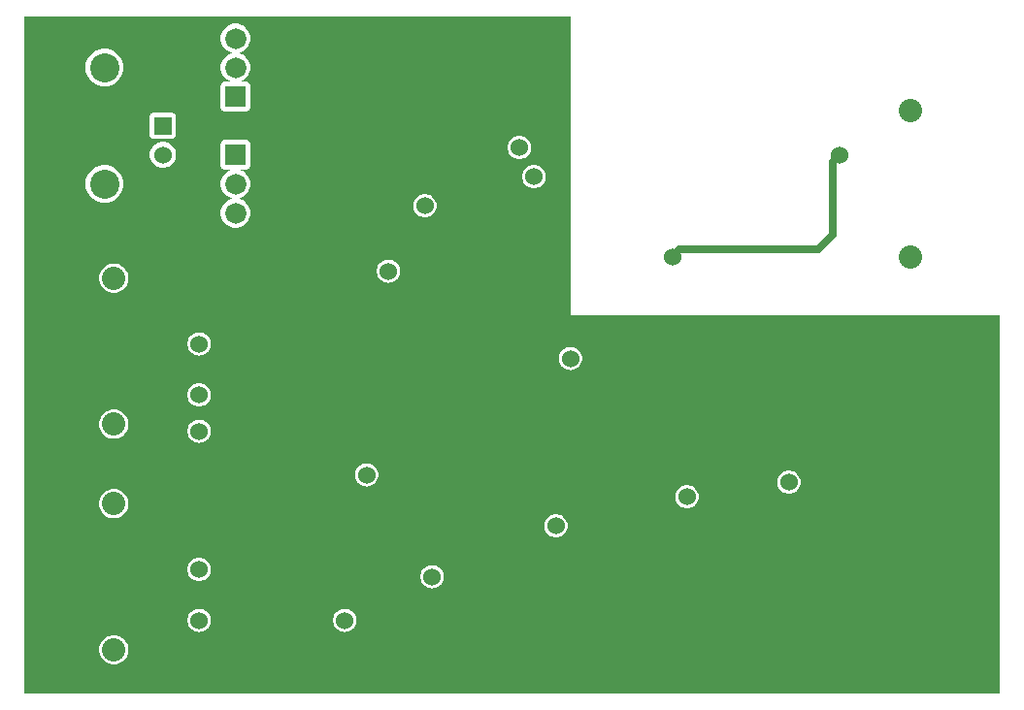
<source format=gbr>
G04 start of page 5 for group 3 idx 3 *
G04 Title: (unknown), Vcc *
G04 Creator: pcb 1.99z *
G04 CreationDate: Wed 27 Mar 2013 05:03:31 PM GMT UTC *
G04 For: nock *
G04 Format: Gerber/RS-274X *
G04 PCB-Dimensions (mil): 6000.00 5000.00 *
G04 PCB-Coordinate-Origin: lower left *
%MOIN*%
%FSLAX25Y25*%
%LNBOTTOM*%
%ADD53C,0.0810*%
%ADD52C,0.0590*%
%ADD51C,0.0420*%
%ADD50C,0.0350*%
%ADD49C,0.0600*%
%ADD48C,0.1000*%
%ADD47C,0.0800*%
%ADD46C,0.0720*%
%ADD45C,0.0250*%
%ADD44C,0.0001*%
G54D44*G36*
X254994Y257500D02*X260000D01*
Y144012D01*
X259372Y143963D01*
X258760Y143816D01*
X258178Y143575D01*
X257642Y143246D01*
X257163Y142837D01*
X256754Y142358D01*
X256425Y141822D01*
X256184Y141240D01*
X256037Y140628D01*
X255988Y140000D01*
X256037Y139372D01*
X256184Y138760D01*
X256425Y138178D01*
X256754Y137642D01*
X257163Y137163D01*
X257642Y136754D01*
X258178Y136425D01*
X258760Y136184D01*
X259372Y136037D01*
X260000Y135988D01*
Y25000D01*
X254994D01*
Y78488D01*
X255000Y78488D01*
X255628Y78537D01*
X256240Y78684D01*
X256822Y78925D01*
X257358Y79254D01*
X257837Y79663D01*
X258246Y80142D01*
X258575Y80678D01*
X258816Y81260D01*
X258963Y81872D01*
X259000Y82500D01*
X258963Y83128D01*
X258816Y83740D01*
X258575Y84322D01*
X258246Y84858D01*
X257837Y85337D01*
X257358Y85746D01*
X256822Y86075D01*
X256240Y86316D01*
X255628Y86463D01*
X255000Y86512D01*
X254994Y86512D01*
Y257500D01*
G37*
G36*
X247494D02*X254994D01*
Y86512D01*
X254372Y86463D01*
X253760Y86316D01*
X253178Y86075D01*
X252642Y85746D01*
X252163Y85337D01*
X251754Y84858D01*
X251425Y84322D01*
X251184Y83740D01*
X251037Y83128D01*
X250988Y82500D01*
X251037Y81872D01*
X251184Y81260D01*
X251425Y80678D01*
X251754Y80142D01*
X252163Y79663D01*
X252642Y79254D01*
X253178Y78925D01*
X253760Y78684D01*
X254372Y78537D01*
X254994Y78488D01*
Y25000D01*
X247494D01*
Y198488D01*
X247500Y198488D01*
X248128Y198537D01*
X248740Y198684D01*
X249322Y198925D01*
X249858Y199254D01*
X250337Y199663D01*
X250746Y200142D01*
X251075Y200678D01*
X251316Y201260D01*
X251463Y201872D01*
X251500Y202500D01*
X251463Y203128D01*
X251316Y203740D01*
X251075Y204322D01*
X250746Y204858D01*
X250337Y205337D01*
X249858Y205746D01*
X249322Y206075D01*
X248740Y206316D01*
X248128Y206463D01*
X247500Y206512D01*
X247494Y206512D01*
Y257500D01*
G37*
G36*
X242494D02*X247494D01*
Y206512D01*
X246872Y206463D01*
X246260Y206316D01*
X245678Y206075D01*
X245142Y205746D01*
X244663Y205337D01*
X244254Y204858D01*
X243925Y204322D01*
X243684Y203740D01*
X243537Y203128D01*
X243488Y202500D01*
X243537Y201872D01*
X243684Y201260D01*
X243925Y200678D01*
X244254Y200142D01*
X244663Y199663D01*
X245142Y199254D01*
X245678Y198925D01*
X246260Y198684D01*
X246872Y198537D01*
X247494Y198488D01*
Y25000D01*
X242494D01*
Y208488D01*
X242500Y208488D01*
X243128Y208537D01*
X243740Y208684D01*
X244322Y208925D01*
X244858Y209254D01*
X245337Y209663D01*
X245746Y210142D01*
X246075Y210678D01*
X246316Y211260D01*
X246463Y211872D01*
X246500Y212500D01*
X246463Y213128D01*
X246316Y213740D01*
X246075Y214322D01*
X245746Y214858D01*
X245337Y215337D01*
X244858Y215746D01*
X244322Y216075D01*
X243740Y216316D01*
X243128Y216463D01*
X242500Y216512D01*
X242494Y216512D01*
Y257500D01*
G37*
G36*
X212494D02*X242494D01*
Y216512D01*
X241872Y216463D01*
X241260Y216316D01*
X240678Y216075D01*
X240142Y215746D01*
X239663Y215337D01*
X239254Y214858D01*
X238925Y214322D01*
X238684Y213740D01*
X238537Y213128D01*
X238488Y212500D01*
X238537Y211872D01*
X238684Y211260D01*
X238925Y210678D01*
X239254Y210142D01*
X239663Y209663D01*
X240142Y209254D01*
X240678Y208925D01*
X241260Y208684D01*
X241872Y208537D01*
X242494Y208488D01*
Y25000D01*
X212494D01*
Y60988D01*
X212500Y60988D01*
X213128Y61037D01*
X213740Y61184D01*
X214322Y61425D01*
X214858Y61754D01*
X215337Y62163D01*
X215746Y62642D01*
X216075Y63178D01*
X216316Y63760D01*
X216463Y64372D01*
X216500Y65000D01*
X216463Y65628D01*
X216316Y66240D01*
X216075Y66822D01*
X215746Y67358D01*
X215337Y67837D01*
X214858Y68246D01*
X214322Y68575D01*
X213740Y68816D01*
X213128Y68963D01*
X212500Y69012D01*
X212494Y69012D01*
Y189370D01*
X212837Y189663D01*
X213246Y190142D01*
X213575Y190678D01*
X213816Y191260D01*
X213963Y191872D01*
X214000Y192500D01*
X213963Y193128D01*
X213816Y193740D01*
X213575Y194322D01*
X213246Y194858D01*
X212837Y195337D01*
X212494Y195630D01*
Y257500D01*
G37*
G36*
X197494D02*X212494D01*
Y195630D01*
X212358Y195746D01*
X211822Y196075D01*
X211240Y196316D01*
X210628Y196463D01*
X210000Y196512D01*
X209372Y196463D01*
X208760Y196316D01*
X208178Y196075D01*
X207642Y195746D01*
X207163Y195337D01*
X206754Y194858D01*
X206425Y194322D01*
X206184Y193740D01*
X206037Y193128D01*
X205988Y192500D01*
X206037Y191872D01*
X206184Y191260D01*
X206425Y190678D01*
X206754Y190142D01*
X207163Y189663D01*
X207642Y189254D01*
X208178Y188925D01*
X208760Y188684D01*
X209372Y188537D01*
X210000Y188488D01*
X210628Y188537D01*
X211240Y188684D01*
X211822Y188925D01*
X212358Y189254D01*
X212494Y189370D01*
Y69012D01*
X211872Y68963D01*
X211260Y68816D01*
X210678Y68575D01*
X210142Y68246D01*
X209663Y67837D01*
X209254Y67358D01*
X208925Y66822D01*
X208684Y66240D01*
X208537Y65628D01*
X208488Y65000D01*
X208537Y64372D01*
X208684Y63760D01*
X208925Y63178D01*
X209254Y62642D01*
X209663Y62163D01*
X210142Y61754D01*
X210678Y61425D01*
X211260Y61184D01*
X211872Y61037D01*
X212494Y60988D01*
Y25000D01*
X197494D01*
Y165988D01*
X197500Y165988D01*
X198128Y166037D01*
X198740Y166184D01*
X199322Y166425D01*
X199858Y166754D01*
X200337Y167163D01*
X200746Y167642D01*
X201075Y168178D01*
X201316Y168760D01*
X201463Y169372D01*
X201500Y170000D01*
X201463Y170628D01*
X201316Y171240D01*
X201075Y171822D01*
X200746Y172358D01*
X200337Y172837D01*
X199858Y173246D01*
X199322Y173575D01*
X198740Y173816D01*
X198128Y173963D01*
X197500Y174012D01*
X197494Y174012D01*
Y257500D01*
G37*
G36*
X189994D02*X197494D01*
Y174012D01*
X196872Y173963D01*
X196260Y173816D01*
X195678Y173575D01*
X195142Y173246D01*
X194663Y172837D01*
X194254Y172358D01*
X193925Y171822D01*
X193684Y171240D01*
X193537Y170628D01*
X193488Y170000D01*
X193537Y169372D01*
X193684Y168760D01*
X193925Y168178D01*
X194254Y167642D01*
X194663Y167163D01*
X195142Y166754D01*
X195678Y166425D01*
X196260Y166184D01*
X196872Y166037D01*
X197494Y165988D01*
Y25000D01*
X189994D01*
Y95988D01*
X190000Y95988D01*
X190628Y96037D01*
X191240Y96184D01*
X191822Y96425D01*
X192358Y96754D01*
X192837Y97163D01*
X193246Y97642D01*
X193575Y98178D01*
X193816Y98760D01*
X193963Y99372D01*
X194000Y100000D01*
X193963Y100628D01*
X193816Y101240D01*
X193575Y101822D01*
X193246Y102358D01*
X192837Y102837D01*
X192358Y103246D01*
X191822Y103575D01*
X191240Y103816D01*
X190628Y103963D01*
X190000Y104012D01*
X189994Y104012D01*
Y257500D01*
G37*
G36*
X182494D02*X189994D01*
Y104012D01*
X189372Y103963D01*
X188760Y103816D01*
X188178Y103575D01*
X187642Y103246D01*
X187163Y102837D01*
X186754Y102358D01*
X186425Y101822D01*
X186184Y101240D01*
X186037Y100628D01*
X185988Y100000D01*
X186037Y99372D01*
X186184Y98760D01*
X186425Y98178D01*
X186754Y97642D01*
X187163Y97163D01*
X187642Y96754D01*
X188178Y96425D01*
X188760Y96184D01*
X189372Y96037D01*
X189994Y95988D01*
Y25000D01*
X182494D01*
Y45988D01*
X182500Y45988D01*
X183128Y46037D01*
X183740Y46184D01*
X184322Y46425D01*
X184858Y46754D01*
X185337Y47163D01*
X185746Y47642D01*
X186075Y48178D01*
X186316Y48760D01*
X186463Y49372D01*
X186500Y50000D01*
X186463Y50628D01*
X186316Y51240D01*
X186075Y51822D01*
X185746Y52358D01*
X185337Y52837D01*
X184858Y53246D01*
X184322Y53575D01*
X183740Y53816D01*
X183128Y53963D01*
X182500Y54012D01*
X182494Y54012D01*
Y257500D01*
G37*
G36*
X144992D02*X182494D01*
Y54012D01*
X181872Y53963D01*
X181260Y53816D01*
X180678Y53575D01*
X180142Y53246D01*
X179663Y52837D01*
X179254Y52358D01*
X178925Y51822D01*
X178684Y51240D01*
X178537Y50628D01*
X178488Y50000D01*
X178537Y49372D01*
X178684Y48760D01*
X178925Y48178D01*
X179254Y47642D01*
X179663Y47163D01*
X180142Y46754D01*
X180678Y46425D01*
X181260Y46184D01*
X181872Y46037D01*
X182494Y45988D01*
Y25000D01*
X144992D01*
Y184885D01*
X145000Y184884D01*
X145800Y184947D01*
X146581Y185135D01*
X147322Y185442D01*
X148007Y185861D01*
X148617Y186383D01*
X149139Y186993D01*
X149558Y187678D01*
X149865Y188419D01*
X150053Y189200D01*
X150100Y190000D01*
X150053Y190800D01*
X149865Y191581D01*
X149558Y192322D01*
X149139Y193007D01*
X148617Y193617D01*
X148007Y194139D01*
X147322Y194558D01*
X146581Y194865D01*
X146020Y195000D01*
X146581Y195135D01*
X147322Y195442D01*
X148007Y195861D01*
X148617Y196383D01*
X149139Y196993D01*
X149558Y197678D01*
X149865Y198419D01*
X150053Y199200D01*
X150100Y200000D01*
X150053Y200800D01*
X149865Y201581D01*
X149558Y202322D01*
X149139Y203007D01*
X148617Y203617D01*
X148007Y204139D01*
X147322Y204558D01*
X146581Y204865D01*
X146398Y204909D01*
X148835Y204914D01*
X149065Y204969D01*
X149283Y205059D01*
X149484Y205183D01*
X149664Y205336D01*
X149817Y205516D01*
X149941Y205717D01*
X150031Y205935D01*
X150086Y206165D01*
X150100Y206400D01*
X150086Y213835D01*
X150031Y214065D01*
X149941Y214283D01*
X149817Y214484D01*
X149664Y214664D01*
X149484Y214817D01*
X149283Y214941D01*
X149065Y215031D01*
X148835Y215086D01*
X148600Y215100D01*
X144992Y215093D01*
Y224907D01*
X148835Y224914D01*
X149065Y224969D01*
X149283Y225059D01*
X149484Y225183D01*
X149664Y225336D01*
X149817Y225516D01*
X149941Y225717D01*
X150031Y225935D01*
X150086Y226165D01*
X150100Y226400D01*
X150086Y233835D01*
X150031Y234065D01*
X149941Y234283D01*
X149817Y234484D01*
X149664Y234664D01*
X149484Y234817D01*
X149283Y234941D01*
X149065Y235031D01*
X148835Y235086D01*
X148600Y235100D01*
X146420Y235096D01*
X146581Y235135D01*
X147322Y235442D01*
X148007Y235861D01*
X148617Y236383D01*
X149139Y236993D01*
X149558Y237678D01*
X149865Y238419D01*
X150053Y239200D01*
X150100Y240000D01*
X150053Y240800D01*
X149865Y241581D01*
X149558Y242322D01*
X149139Y243007D01*
X148617Y243617D01*
X148007Y244139D01*
X147322Y244558D01*
X146581Y244865D01*
X146020Y245000D01*
X146581Y245135D01*
X147322Y245442D01*
X148007Y245861D01*
X148617Y246383D01*
X149139Y246993D01*
X149558Y247678D01*
X149865Y248419D01*
X150053Y249200D01*
X150100Y250000D01*
X150053Y250800D01*
X149865Y251581D01*
X149558Y252322D01*
X149139Y253007D01*
X148617Y253617D01*
X148007Y254139D01*
X147322Y254558D01*
X146581Y254865D01*
X145800Y255053D01*
X145000Y255116D01*
X144992Y255115D01*
Y257500D01*
G37*
G36*
X132494D02*X144992D01*
Y255115D01*
X144200Y255053D01*
X143419Y254865D01*
X142678Y254558D01*
X141993Y254139D01*
X141383Y253617D01*
X140861Y253007D01*
X140442Y252322D01*
X140135Y251581D01*
X139947Y250800D01*
X139884Y250000D01*
X139947Y249200D01*
X140135Y248419D01*
X140442Y247678D01*
X140861Y246993D01*
X141383Y246383D01*
X141993Y245861D01*
X142678Y245442D01*
X143419Y245135D01*
X143980Y245000D01*
X143419Y244865D01*
X142678Y244558D01*
X141993Y244139D01*
X141383Y243617D01*
X140861Y243007D01*
X140442Y242322D01*
X140135Y241581D01*
X139947Y240800D01*
X139884Y240000D01*
X139947Y239200D01*
X140135Y238419D01*
X140442Y237678D01*
X140861Y236993D01*
X141383Y236383D01*
X141993Y235861D01*
X142678Y235442D01*
X143419Y235135D01*
X143602Y235091D01*
X141165Y235086D01*
X140935Y235031D01*
X140717Y234941D01*
X140516Y234817D01*
X140336Y234664D01*
X140183Y234484D01*
X140059Y234283D01*
X139969Y234065D01*
X139914Y233835D01*
X139900Y233600D01*
X139914Y226165D01*
X139969Y225935D01*
X140059Y225717D01*
X140183Y225516D01*
X140336Y225336D01*
X140516Y225183D01*
X140717Y225059D01*
X140935Y224969D01*
X141165Y224914D01*
X141400Y224900D01*
X144992Y224907D01*
Y215093D01*
X141165Y215086D01*
X140935Y215031D01*
X140717Y214941D01*
X140516Y214817D01*
X140336Y214664D01*
X140183Y214484D01*
X140059Y214283D01*
X139969Y214065D01*
X139914Y213835D01*
X139900Y213600D01*
X139914Y206165D01*
X139969Y205935D01*
X140059Y205717D01*
X140183Y205516D01*
X140336Y205336D01*
X140516Y205183D01*
X140717Y205059D01*
X140935Y204969D01*
X141165Y204914D01*
X141400Y204900D01*
X143580Y204904D01*
X143419Y204865D01*
X142678Y204558D01*
X141993Y204139D01*
X141383Y203617D01*
X140861Y203007D01*
X140442Y202322D01*
X140135Y201581D01*
X139947Y200800D01*
X139884Y200000D01*
X139947Y199200D01*
X140135Y198419D01*
X140442Y197678D01*
X140861Y196993D01*
X141383Y196383D01*
X141993Y195861D01*
X142678Y195442D01*
X143419Y195135D01*
X143980Y195000D01*
X143419Y194865D01*
X142678Y194558D01*
X141993Y194139D01*
X141383Y193617D01*
X140861Y193007D01*
X140442Y192322D01*
X140135Y191581D01*
X139947Y190800D01*
X139884Y190000D01*
X139947Y189200D01*
X140135Y188419D01*
X140442Y187678D01*
X140861Y186993D01*
X141383Y186383D01*
X141993Y185861D01*
X142678Y185442D01*
X143419Y185135D01*
X144200Y184947D01*
X144992Y184885D01*
Y25000D01*
X132494D01*
Y45988D01*
X132500Y45988D01*
X133128Y46037D01*
X133740Y46184D01*
X134322Y46425D01*
X134858Y46754D01*
X135337Y47163D01*
X135746Y47642D01*
X136075Y48178D01*
X136316Y48760D01*
X136463Y49372D01*
X136500Y50000D01*
X136463Y50628D01*
X136316Y51240D01*
X136075Y51822D01*
X135746Y52358D01*
X135337Y52837D01*
X134858Y53246D01*
X134322Y53575D01*
X133740Y53816D01*
X133128Y53963D01*
X132500Y54012D01*
X132494Y54012D01*
Y63488D01*
X132500Y63488D01*
X133128Y63537D01*
X133740Y63684D01*
X134322Y63925D01*
X134858Y64254D01*
X135337Y64663D01*
X135746Y65142D01*
X136075Y65678D01*
X136316Y66260D01*
X136463Y66872D01*
X136500Y67500D01*
X136463Y68128D01*
X136316Y68740D01*
X136075Y69322D01*
X135746Y69858D01*
X135337Y70337D01*
X134858Y70746D01*
X134322Y71075D01*
X133740Y71316D01*
X133128Y71463D01*
X132500Y71512D01*
X132494Y71512D01*
Y110988D01*
X132500Y110988D01*
X133128Y111037D01*
X133740Y111184D01*
X134322Y111425D01*
X134858Y111754D01*
X135337Y112163D01*
X135746Y112642D01*
X136075Y113178D01*
X136316Y113760D01*
X136463Y114372D01*
X136500Y115000D01*
X136463Y115628D01*
X136316Y116240D01*
X136075Y116822D01*
X135746Y117358D01*
X135337Y117837D01*
X134858Y118246D01*
X134322Y118575D01*
X133740Y118816D01*
X133128Y118963D01*
X132500Y119012D01*
X132494Y119012D01*
Y123488D01*
X132500Y123488D01*
X133128Y123537D01*
X133740Y123684D01*
X134322Y123925D01*
X134858Y124254D01*
X135337Y124663D01*
X135746Y125142D01*
X136075Y125678D01*
X136316Y126260D01*
X136463Y126872D01*
X136500Y127500D01*
X136463Y128128D01*
X136316Y128740D01*
X136075Y129322D01*
X135746Y129858D01*
X135337Y130337D01*
X134858Y130746D01*
X134322Y131075D01*
X133740Y131316D01*
X133128Y131463D01*
X132500Y131512D01*
X132494Y131512D01*
Y140988D01*
X132500Y140988D01*
X133128Y141037D01*
X133740Y141184D01*
X134322Y141425D01*
X134858Y141754D01*
X135337Y142163D01*
X135746Y142642D01*
X136075Y143178D01*
X136316Y143760D01*
X136463Y144372D01*
X136500Y145000D01*
X136463Y145628D01*
X136316Y146240D01*
X136075Y146822D01*
X135746Y147358D01*
X135337Y147837D01*
X134858Y148246D01*
X134322Y148575D01*
X133740Y148816D01*
X133128Y148963D01*
X132500Y149012D01*
X132494Y149012D01*
Y257500D01*
G37*
G36*
X120000D02*X132494D01*
Y149012D01*
X131872Y148963D01*
X131260Y148816D01*
X130678Y148575D01*
X130142Y148246D01*
X129663Y147837D01*
X129254Y147358D01*
X128925Y146822D01*
X128684Y146240D01*
X128537Y145628D01*
X128488Y145000D01*
X128537Y144372D01*
X128684Y143760D01*
X128925Y143178D01*
X129254Y142642D01*
X129663Y142163D01*
X130142Y141754D01*
X130678Y141425D01*
X131260Y141184D01*
X131872Y141037D01*
X132494Y140988D01*
Y131512D01*
X131872Y131463D01*
X131260Y131316D01*
X130678Y131075D01*
X130142Y130746D01*
X129663Y130337D01*
X129254Y129858D01*
X128925Y129322D01*
X128684Y128740D01*
X128537Y128128D01*
X128488Y127500D01*
X128537Y126872D01*
X128684Y126260D01*
X128925Y125678D01*
X129254Y125142D01*
X129663Y124663D01*
X130142Y124254D01*
X130678Y123925D01*
X131260Y123684D01*
X131872Y123537D01*
X132494Y123488D01*
Y119012D01*
X131872Y118963D01*
X131260Y118816D01*
X130678Y118575D01*
X130142Y118246D01*
X129663Y117837D01*
X129254Y117358D01*
X128925Y116822D01*
X128684Y116240D01*
X128537Y115628D01*
X128488Y115000D01*
X128537Y114372D01*
X128684Y113760D01*
X128925Y113178D01*
X129254Y112642D01*
X129663Y112163D01*
X130142Y111754D01*
X130678Y111425D01*
X131260Y111184D01*
X131872Y111037D01*
X132494Y110988D01*
Y71512D01*
X131872Y71463D01*
X131260Y71316D01*
X130678Y71075D01*
X130142Y70746D01*
X129663Y70337D01*
X129254Y69858D01*
X128925Y69322D01*
X128684Y68740D01*
X128537Y68128D01*
X128488Y67500D01*
X128537Y66872D01*
X128684Y66260D01*
X128925Y65678D01*
X129254Y65142D01*
X129663Y64663D01*
X130142Y64254D01*
X130678Y63925D01*
X131260Y63684D01*
X131872Y63537D01*
X132494Y63488D01*
Y54012D01*
X131872Y53963D01*
X131260Y53816D01*
X130678Y53575D01*
X130142Y53246D01*
X129663Y52837D01*
X129254Y52358D01*
X128925Y51822D01*
X128684Y51240D01*
X128537Y50628D01*
X128488Y50000D01*
X128537Y49372D01*
X128684Y48760D01*
X128925Y48178D01*
X129254Y47642D01*
X129663Y47163D01*
X130142Y46754D01*
X130678Y46425D01*
X131260Y46184D01*
X131872Y46037D01*
X132494Y45988D01*
Y25000D01*
X120000D01*
Y205486D01*
X120706Y205542D01*
X121395Y205707D01*
X122049Y205978D01*
X122653Y206348D01*
X123192Y206808D01*
X123652Y207347D01*
X124022Y207951D01*
X124293Y208605D01*
X124458Y209294D01*
X124500Y210000D01*
X124458Y210706D01*
X124293Y211395D01*
X124022Y212049D01*
X123652Y212653D01*
X123192Y213192D01*
X122653Y213652D01*
X122049Y214022D01*
X121395Y214293D01*
X120706Y214458D01*
X120000Y214514D01*
Y215507D01*
X123235Y215514D01*
X123465Y215569D01*
X123683Y215659D01*
X123884Y215783D01*
X124064Y215936D01*
X124217Y216116D01*
X124341Y216317D01*
X124431Y216535D01*
X124486Y216765D01*
X124500Y217000D01*
X124486Y223235D01*
X124431Y223465D01*
X124341Y223683D01*
X124217Y223884D01*
X124064Y224064D01*
X123884Y224217D01*
X123683Y224341D01*
X123465Y224431D01*
X123235Y224486D01*
X123000Y224500D01*
X120000Y224493D01*
Y257500D01*
G37*
G36*
X103192D02*X120000D01*
Y224493D01*
X116765Y224486D01*
X116535Y224431D01*
X116317Y224341D01*
X116116Y224217D01*
X115936Y224064D01*
X115783Y223884D01*
X115659Y223683D01*
X115569Y223465D01*
X115514Y223235D01*
X115500Y223000D01*
X115514Y216765D01*
X115569Y216535D01*
X115659Y216317D01*
X115783Y216116D01*
X115936Y215936D01*
X116116Y215783D01*
X116317Y215659D01*
X116535Y215569D01*
X116765Y215514D01*
X117000Y215500D01*
X120000Y215507D01*
Y214514D01*
X119294Y214458D01*
X118605Y214293D01*
X117951Y214022D01*
X117347Y213652D01*
X116808Y213192D01*
X116348Y212653D01*
X115978Y212049D01*
X115707Y211395D01*
X115542Y210706D01*
X115486Y210000D01*
X115542Y209294D01*
X115707Y208605D01*
X115978Y207951D01*
X116348Y207347D01*
X116808Y206808D01*
X117347Y206348D01*
X117951Y205978D01*
X118605Y205707D01*
X119294Y205542D01*
X120000Y205486D01*
Y25000D01*
X103192D01*
Y34885D01*
X103200Y34885D01*
X103985Y34946D01*
X104750Y35130D01*
X105477Y35431D01*
X106148Y35842D01*
X106746Y36354D01*
X107258Y36952D01*
X107669Y37623D01*
X107970Y38350D01*
X108154Y39115D01*
X108200Y39900D01*
X108154Y40685D01*
X107970Y41450D01*
X107669Y42177D01*
X107258Y42848D01*
X106746Y43446D01*
X106148Y43958D01*
X105477Y44369D01*
X104750Y44670D01*
X103985Y44854D01*
X103200Y44915D01*
X103192Y44915D01*
Y85085D01*
X103200Y85085D01*
X103985Y85146D01*
X104750Y85330D01*
X105477Y85631D01*
X106148Y86042D01*
X106746Y86554D01*
X107258Y87152D01*
X107669Y87823D01*
X107970Y88550D01*
X108154Y89315D01*
X108200Y90100D01*
X108154Y90885D01*
X107970Y91650D01*
X107669Y92377D01*
X107258Y93048D01*
X106746Y93646D01*
X106148Y94158D01*
X105477Y94569D01*
X104750Y94870D01*
X103985Y95054D01*
X103200Y95115D01*
X103192Y95115D01*
Y112385D01*
X103200Y112385D01*
X103985Y112446D01*
X104750Y112630D01*
X105477Y112931D01*
X106148Y113342D01*
X106746Y113854D01*
X107258Y114452D01*
X107669Y115123D01*
X107970Y115850D01*
X108154Y116615D01*
X108200Y117400D01*
X108154Y118185D01*
X107970Y118950D01*
X107669Y119677D01*
X107258Y120348D01*
X106746Y120946D01*
X106148Y121458D01*
X105477Y121869D01*
X104750Y122170D01*
X103985Y122354D01*
X103200Y122415D01*
X103192Y122415D01*
Y162585D01*
X103200Y162585D01*
X103985Y162646D01*
X104750Y162830D01*
X105477Y163131D01*
X106148Y163542D01*
X106746Y164054D01*
X107258Y164652D01*
X107669Y165323D01*
X107970Y166050D01*
X108154Y166815D01*
X108200Y167600D01*
X108154Y168385D01*
X107970Y169150D01*
X107669Y169877D01*
X107258Y170548D01*
X106746Y171146D01*
X106148Y171658D01*
X105477Y172069D01*
X104750Y172370D01*
X103985Y172554D01*
X103200Y172615D01*
X103192Y172615D01*
Y194333D01*
X103832Y194725D01*
X104610Y195390D01*
X105275Y196168D01*
X105809Y197040D01*
X106201Y197985D01*
X106440Y198980D01*
X106500Y200000D01*
X106440Y201020D01*
X106201Y202015D01*
X105809Y202960D01*
X105275Y203832D01*
X104610Y204610D01*
X103832Y205275D01*
X103192Y205667D01*
Y234333D01*
X103832Y234725D01*
X104610Y235390D01*
X105275Y236168D01*
X105809Y237040D01*
X106201Y237985D01*
X106440Y238980D01*
X106500Y240000D01*
X106440Y241020D01*
X106201Y242015D01*
X105809Y242960D01*
X105275Y243832D01*
X104610Y244610D01*
X103832Y245275D01*
X103192Y245667D01*
Y257500D01*
G37*
G36*
X72500D02*X103192D01*
Y245667D01*
X102960Y245809D01*
X102015Y246201D01*
X101020Y246440D01*
X100000Y246520D01*
X98980Y246440D01*
X97985Y246201D01*
X97040Y245809D01*
X96168Y245275D01*
X95390Y244610D01*
X94725Y243832D01*
X94191Y242960D01*
X93799Y242015D01*
X93560Y241020D01*
X93480Y240000D01*
X93560Y238980D01*
X93799Y237985D01*
X94191Y237040D01*
X94725Y236168D01*
X95390Y235390D01*
X96168Y234725D01*
X97040Y234191D01*
X97985Y233799D01*
X98980Y233560D01*
X100000Y233480D01*
X101020Y233560D01*
X102015Y233799D01*
X102960Y234191D01*
X103192Y234333D01*
Y205667D01*
X102960Y205809D01*
X102015Y206201D01*
X101020Y206440D01*
X100000Y206520D01*
X98980Y206440D01*
X97985Y206201D01*
X97040Y205809D01*
X96168Y205275D01*
X95390Y204610D01*
X94725Y203832D01*
X94191Y202960D01*
X93799Y202015D01*
X93560Y201020D01*
X93480Y200000D01*
X93560Y198980D01*
X93799Y197985D01*
X94191Y197040D01*
X94725Y196168D01*
X95390Y195390D01*
X96168Y194725D01*
X97040Y194191D01*
X97985Y193799D01*
X98980Y193560D01*
X100000Y193480D01*
X101020Y193560D01*
X102015Y193799D01*
X102960Y194191D01*
X103192Y194333D01*
Y172615D01*
X102415Y172554D01*
X101650Y172370D01*
X100923Y172069D01*
X100252Y171658D01*
X99654Y171146D01*
X99142Y170548D01*
X98731Y169877D01*
X98430Y169150D01*
X98246Y168385D01*
X98185Y167600D01*
X98246Y166815D01*
X98430Y166050D01*
X98731Y165323D01*
X99142Y164652D01*
X99654Y164054D01*
X100252Y163542D01*
X100923Y163131D01*
X101650Y162830D01*
X102415Y162646D01*
X103192Y162585D01*
Y122415D01*
X102415Y122354D01*
X101650Y122170D01*
X100923Y121869D01*
X100252Y121458D01*
X99654Y120946D01*
X99142Y120348D01*
X98731Y119677D01*
X98430Y118950D01*
X98246Y118185D01*
X98185Y117400D01*
X98246Y116615D01*
X98430Y115850D01*
X98731Y115123D01*
X99142Y114452D01*
X99654Y113854D01*
X100252Y113342D01*
X100923Y112931D01*
X101650Y112630D01*
X102415Y112446D01*
X103192Y112385D01*
Y95115D01*
X102415Y95054D01*
X101650Y94870D01*
X100923Y94569D01*
X100252Y94158D01*
X99654Y93646D01*
X99142Y93048D01*
X98731Y92377D01*
X98430Y91650D01*
X98246Y90885D01*
X98185Y90100D01*
X98246Y89315D01*
X98430Y88550D01*
X98731Y87823D01*
X99142Y87152D01*
X99654Y86554D01*
X100252Y86042D01*
X100923Y85631D01*
X101650Y85330D01*
X102415Y85146D01*
X103192Y85085D01*
Y44915D01*
X102415Y44854D01*
X101650Y44670D01*
X100923Y44369D01*
X100252Y43958D01*
X99654Y43446D01*
X99142Y42848D01*
X98731Y42177D01*
X98430Y41450D01*
X98246Y40685D01*
X98185Y39900D01*
X98246Y39115D01*
X98430Y38350D01*
X98731Y37623D01*
X99142Y36952D01*
X99654Y36354D01*
X100252Y35842D01*
X100923Y35431D01*
X101650Y35130D01*
X102415Y34946D01*
X103192Y34885D01*
Y25000D01*
X72500D01*
Y257500D01*
G37*
G36*
X407500Y25000D02*X334994D01*
Y93488D01*
X335000Y93488D01*
X335628Y93537D01*
X336240Y93684D01*
X336822Y93925D01*
X337358Y94254D01*
X337837Y94663D01*
X338246Y95142D01*
X338575Y95678D01*
X338816Y96260D01*
X338963Y96872D01*
X339000Y97500D01*
X338963Y98128D01*
X338816Y98740D01*
X338575Y99322D01*
X338246Y99858D01*
X337837Y100337D01*
X337358Y100746D01*
X336822Y101075D01*
X336240Y101316D01*
X335628Y101463D01*
X335000Y101512D01*
X334994Y101512D01*
Y155000D01*
X407500D01*
Y25000D01*
G37*
G36*
X334994D02*X299994D01*
Y88488D01*
X300000Y88488D01*
X300628Y88537D01*
X301240Y88684D01*
X301822Y88925D01*
X302358Y89254D01*
X302837Y89663D01*
X303246Y90142D01*
X303575Y90678D01*
X303816Y91260D01*
X303963Y91872D01*
X304000Y92500D01*
X303963Y93128D01*
X303816Y93740D01*
X303575Y94322D01*
X303246Y94858D01*
X302837Y95337D01*
X302358Y95746D01*
X301822Y96075D01*
X301240Y96316D01*
X300628Y96463D01*
X300000Y96512D01*
X299994Y96512D01*
Y155000D01*
X334994D01*
Y101512D01*
X334372Y101463D01*
X333760Y101316D01*
X333178Y101075D01*
X332642Y100746D01*
X332163Y100337D01*
X331754Y99858D01*
X331425Y99322D01*
X331184Y98740D01*
X331037Y98128D01*
X330988Y97500D01*
X331037Y96872D01*
X331184Y96260D01*
X331425Y95678D01*
X331754Y95142D01*
X332163Y94663D01*
X332642Y94254D01*
X333178Y93925D01*
X333760Y93684D01*
X334372Y93537D01*
X334994Y93488D01*
Y25000D01*
G37*
G36*
X299994D02*X257500D01*
Y79375D01*
X257837Y79663D01*
X258246Y80142D01*
X258575Y80678D01*
X258816Y81260D01*
X258963Y81872D01*
X259000Y82500D01*
X258963Y83128D01*
X258816Y83740D01*
X258575Y84322D01*
X258246Y84858D01*
X257837Y85337D01*
X257500Y85625D01*
Y136875D01*
X257642Y136754D01*
X258178Y136425D01*
X258760Y136184D01*
X259372Y136037D01*
X260000Y135988D01*
X260628Y136037D01*
X261240Y136184D01*
X261822Y136425D01*
X262358Y136754D01*
X262837Y137163D01*
X263246Y137642D01*
X263575Y138178D01*
X263816Y138760D01*
X263963Y139372D01*
X264000Y140000D01*
X263963Y140628D01*
X263816Y141240D01*
X263575Y141822D01*
X263246Y142358D01*
X262837Y142837D01*
X262358Y143246D01*
X261822Y143575D01*
X261240Y143816D01*
X260628Y143963D01*
X260000Y144012D01*
X259372Y143963D01*
X258760Y143816D01*
X258178Y143575D01*
X257642Y143246D01*
X257500Y143125D01*
Y155000D01*
X299994D01*
Y96512D01*
X299372Y96463D01*
X298760Y96316D01*
X298178Y96075D01*
X297642Y95746D01*
X297163Y95337D01*
X296754Y94858D01*
X296425Y94322D01*
X296184Y93740D01*
X296037Y93128D01*
X295988Y92500D01*
X296037Y91872D01*
X296184Y91260D01*
X296425Y90678D01*
X296754Y90142D01*
X297163Y89663D01*
X297642Y89254D01*
X298178Y88925D01*
X298760Y88684D01*
X299372Y88537D01*
X299994Y88488D01*
Y25000D01*
G37*
G54D45*X352500Y210000D02*X350000Y207500D01*
Y182500D01*
X345000Y177500D01*
X295000Y175000D02*X297500Y177500D01*
X345000D02*X297500D01*
G54D44*G36*
X141400Y233600D02*Y226400D01*
X148600D01*
Y233600D01*
X141400D01*
G37*
G54D46*X145000Y240000D03*
Y250000D03*
G54D44*G36*
X141400Y213600D02*Y206400D01*
X148600D01*
Y213600D01*
X141400D01*
G37*
G54D46*X145000Y200000D03*
Y190000D03*
G54D47*X103200Y167600D03*
Y117400D03*
Y90100D03*
Y39900D03*
X376800Y174900D03*
Y225100D03*
G54D44*G36*
X117000Y223000D02*Y217000D01*
X123000D01*
Y223000D01*
X117000D01*
G37*
G54D48*X100000Y240000D03*
G54D49*X120000Y210000D03*
G54D48*X100000Y200000D03*
G54D49*X212500Y65000D03*
X210000Y75000D03*
X182500Y50000D03*
X190000Y100000D03*
X210000Y155000D03*
X197500Y170000D03*
X132500Y115000D03*
Y67500D03*
Y50000D03*
X140000Y57500D03*
Y135000D03*
X132500Y127500D03*
Y145000D03*
X352500Y210000D03*
X335000Y97500D03*
X357500Y122500D03*
X267500D03*
X255000Y82500D03*
X212500Y122500D03*
X260000Y140000D03*
X300000Y92500D03*
X315000D03*
X210000Y192500D03*
X242500Y190000D03*
X210000Y210000D03*
X242500Y212500D03*
X247500Y202500D03*
X295000Y175000D03*
G54D50*G54D51*G54D52*G54D50*G54D53*G54D50*G54D53*M02*

</source>
